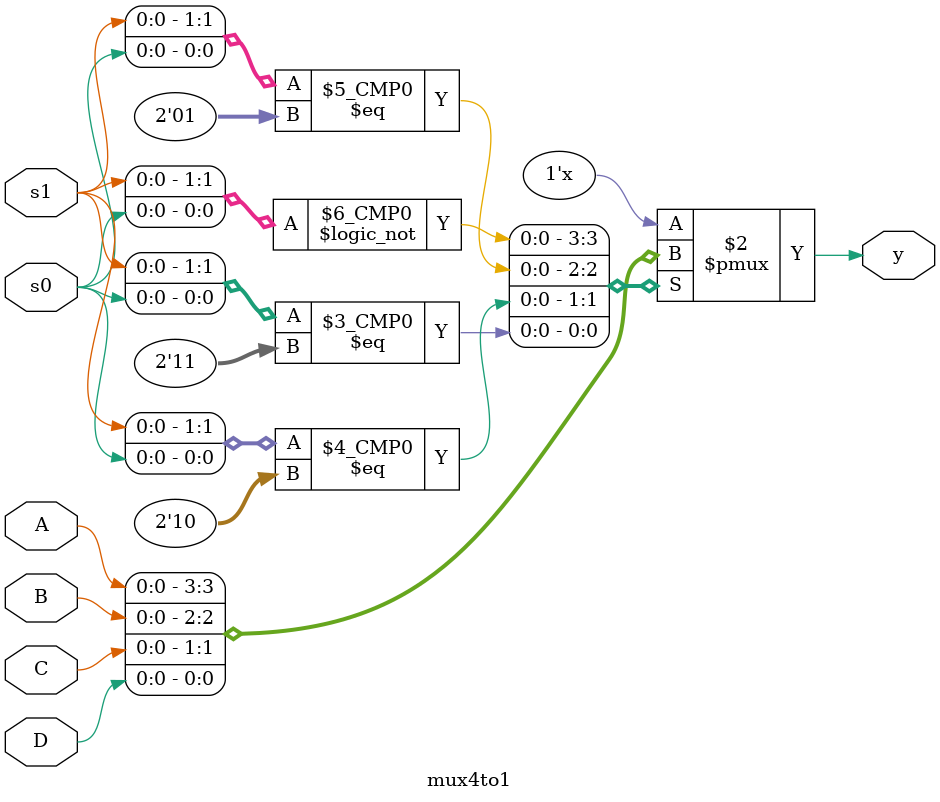
<source format=v>


module mux4to1(input wire A,B,C,D,
input wire s1,s0,
output reg y);

always @(*)begin
case ({s1,s0})
2'b00 : y <= A;
2'b01 : y <= B;
2'b10 : y <= C;
2'b11: y <= D;
default : y <= 1'b0;
endcase
end
endmodule
 
</source>
